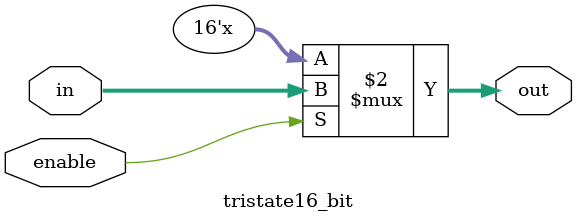
<source format=v>
module tristate16_bit(in, enable, out);

	input [15:0] in;
	input enable;
	output reg [15:0] out;
	
	always @(*)
	begin
	out = (enable) ? in : 16'bzzzz_zzzz_zzzz_zzzz;
	end

endmodule

</source>
